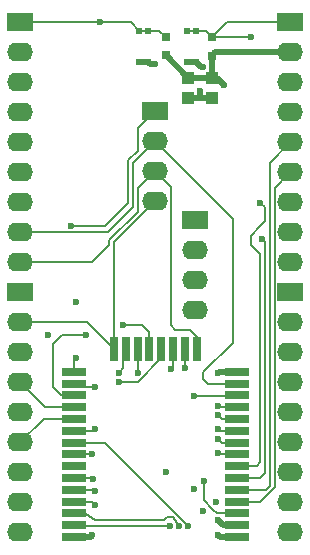
<source format=gbr>
G04 --- HEADER BEGIN --- *
G04 #@! TF.GenerationSoftware,LibrePCB,LibrePCB,0.1.6*
G04 #@! TF.CreationDate,2022-05-15T02:00:43*
G04 #@! TF.ProjectId,ttgo_bob,bfd8dc32-b202-4bf0-b9b5-60a84d76451e,v1*
G04 #@! TF.Part,Single*
G04 #@! TF.SameCoordinates*
G04 #@! TF.FileFunction,Copper,L1,Top*
G04 #@! TF.FilePolarity,Positive*
%FSLAX66Y66*%
%MOMM*%
G01*
G75*
G04 --- HEADER END --- *
G04 --- APERTURE LIST BEGIN --- *
G04 #@! TA.AperFunction,ComponentPad*
%ADD10R,2.19X1.587*%
%ADD11O,2.19X1.587*%
G04 #@! TA.AperFunction,SMDPad,CuDef*
%ADD12R,0.55X0.55*%
%ADD13R,0.8X0.75*%
%ADD14R,1.0X1.1*%
%ADD15R,2.1X0.7*%
%ADD16R,0.7X2.1*%
G04 #@! TA.AperFunction,ViaPad*
%ADD17C,0.6*%
G04 #@! TA.AperFunction,Conductor*
%ADD18C,0.15*%
%ADD19C,0.5*%
G04 #@! TD*
G04 --- APERTURE LIST END --- *
G04 --- BOARD BEGIN --- *
D10*
G04 #@! TO.N,VCC*
G04 #@! TO.C,J5*
G04 #@! TO.P,J5,1,1*
X16063000Y27727000D03*
D11*
G04 #@! TO.N,IO1*
G04 #@! TO.P,J5,2,2*
X16063000Y25187000D03*
G04 #@! TO.N,IO3*
G04 #@! TO.P,J5,3,3*
X16063000Y22647000D03*
G04 #@! TO.N,GND*
G04 #@! TO.P,J5,4,4*
X16063000Y20107000D03*
D12*
G04 #@! TO.N,EN*
G04 #@! TO.C,S1*
G04 #@! TO.P,S1,3,2*
X15360000Y43756000D03*
G04 #@! TO.N,GND*
G04 #@! TO.P,S1,1,1*
X15360000Y41080000D03*
G04 #@! TO.N,EN*
G04 #@! TO.P,S1,4,2*
X16136000Y43756000D03*
G04 #@! TO.N,GND*
G04 #@! TO.P,S1,2,1*
X16136000Y41080000D03*
D13*
G04 #@! TO.N,VCC*
G04 #@! TO.C,R1*
G04 #@! TO.P,R1,2,2*
X17526000Y41643000D03*
G04 #@! TO.N,EN*
G04 #@! TO.P,R1,1,1*
X17526000Y43193000D03*
G04 #@! TO.N,VCC*
G04 #@! TO.C,R2*
G04 #@! TO.P,R2,2,2*
X13578000Y41663000D03*
G04 #@! TO.N,IO0*
G04 #@! TO.P,R2,1,1*
X13578000Y43213000D03*
D14*
G04 #@! TO.N,GND*
G04 #@! TO.C,C1*
G04 #@! TO.P,C1,2,2*
X17526000Y38012000D03*
G04 #@! TO.N,VCC*
G04 #@! TO.P,C1,1,1*
X17526000Y39712000D03*
D11*
G04 #@! TO.N,IO9*
G04 #@! TO.C,J3*
G04 #@! TO.P,J3,7,7*
X1270000Y29210000D03*
G04 #@! TO.N,IO1*
G04 #@! TO.P,J3,2,2*
X1270000Y41910000D03*
G04 #@! TO.N,IO12*
G04 #@! TO.P,J3,8,8*
X1270000Y26670000D03*
G04 #@! TO.N,IO5*
G04 #@! TO.P,J3,6,6*
X1270000Y31750000D03*
G04 #@! TO.N,IO4*
G04 #@! TO.P,J3,5,5*
X1270000Y34290000D03*
G04 #@! TO.N,IO2*
G04 #@! TO.P,J3,3,3*
X1270000Y39370000D03*
G04 #@! TO.N,IO3*
G04 #@! TO.P,J3,4,4*
X1270000Y36830000D03*
G04 #@! TO.N,IO13*
G04 #@! TO.P,J3,9,9*
X1270000Y24130000D03*
D10*
G04 #@! TO.N,IO0*
G04 #@! TO.P,J3,1,1*
X1270000Y44450000D03*
D11*
G04 #@! TO.N,IO21*
G04 #@! TO.C,J2*
G04 #@! TO.P,J2,7,7*
X24130000Y6350000D03*
G04 #@! TO.N,IO27*
G04 #@! TO.P,J2,2,2*
X24130000Y19050000D03*
G04 #@! TO.N,IO19*
G04 #@! TO.P,J2,8,8*
X24130000Y3810000D03*
G04 #@! TO.N,IO22*
G04 #@! TO.P,J2,6,6*
X24130000Y8890000D03*
G04 #@! TO.N,IO23*
G04 #@! TO.P,J2,5,5*
X24130000Y11430000D03*
G04 #@! TO.N,IO26*
G04 #@! TO.P,J2,3,3*
X24130000Y16510000D03*
G04 #@! TO.N,IO25*
G04 #@! TO.P,J2,4,4*
X24130000Y13970000D03*
G04 #@! TO.N,IO18*
G04 #@! TO.P,J2,9,9*
X24130000Y1270000D03*
D10*
G04 #@! TO.N,IO32*
G04 #@! TO.P,J2,1,1*
X24130000Y21590000D03*
D12*
G04 #@! TO.N,IO0*
G04 #@! TO.C,S2*
G04 #@! TO.P,S2,3,2*
X11296000Y43756000D03*
G04 #@! TO.N,GND*
G04 #@! TO.P,S2,1,1*
X11296000Y41080000D03*
G04 #@! TO.N,IO0*
G04 #@! TO.P,S2,4,2*
X12072000Y43756000D03*
G04 #@! TO.N,GND*
G04 #@! TO.P,S2,2,1*
X12072000Y41080000D03*
D10*
G04 #@! TO.N,IO14*
G04 #@! TO.C,J6*
G04 #@! TO.P,J6,1,1*
X12660000Y36935000D03*
D11*
G04 #@! TO.N,IO12*
G04 #@! TO.P,J6,2,2*
X12660000Y34395000D03*
G04 #@! TO.N,IO13*
G04 #@! TO.P,J6,3,3*
X12660000Y31855000D03*
G04 #@! TO.N,IO15*
G04 #@! TO.P,J6,4,4*
X12660000Y29315000D03*
G04 #@! TO.N,SIO1*
G04 #@! TO.C,J4*
G04 #@! TO.P,J4,7,7*
X1270000Y6350000D03*
G04 #@! TO.N,IO15*
G04 #@! TO.P,J4,2,2*
X1270000Y19050000D03*
G04 #@! TO.N,SIO2*
G04 #@! TO.P,J4,8,8*
X1270000Y3810000D03*
G04 #@! TO.N,SIO0*
G04 #@! TO.P,J4,6,6*
X1270000Y8890000D03*
G04 #@! TO.N,SCLK*
G04 #@! TO.P,J4,5,5*
X1270000Y11430000D03*
G04 #@! TO.N,CS*
G04 #@! TO.P,J4,3,3*
X1270000Y16510000D03*
G04 #@! TO.N,FCS*
G04 #@! TO.P,J4,4,4*
X1270000Y13970000D03*
G04 #@! TO.N,SIO3*
G04 #@! TO.P,J4,9,9*
X1270000Y1270000D03*
D10*
G04 #@! TO.N,IO14*
G04 #@! TO.P,J4,1,1*
X1270000Y21590000D03*
D15*
G04 #@! TO.N,EN*
G04 #@! TO.C,U1*
G04 #@! TO.P,U1,3,!RST/EN*
X19600000Y2875000D03*
G04 #@! TO.N,IO33*
G04 #@! TO.P,U1,9,GPIO33*
X19600000Y8875000D03*
G04 #@! TO.N,IO1*
G04 #@! TO.P,U1,35,GPIO1/U0TXD*
X5800000Y3875000D03*
G04 #@! TO.N,N/C*
G04 #@! TO.P,U1,32*
X5800000Y6875000D03*
G04 #@! TO.N,IO36*
G04 #@! TO.P,U1,4,GPIO36/SENSOR_VP*
X19600000Y3875000D03*
D16*
G04 #@! TO.N,SIO2*
G04 #@! TO.P,U1,19,SIO2*
X13200000Y16785000D03*
D15*
G04 #@! TO.N,GND*
G04 #@! TO.P,U1,1,GND*
X19600000Y875000D03*
G04 #@! TO.N,IO4*
G04 #@! TO.P,U1,26,GPIO4*
X5800000Y12875000D03*
G04 #@! TO.N,IO0*
G04 #@! TO.P,U1,25,GPIO0*
X5800000Y13875000D03*
G04 #@! TO.N,IO32*
G04 #@! TO.P,U1,8,GPIO32*
X19600000Y7875000D03*
G04 #@! TO.N,GND*
G04 #@! TO.P,U1,15,GND*
X19600000Y14875000D03*
G04 #@! TO.N,SIO0*
G04 #@! TO.P,U1,28,SIO0*
X5800000Y10875000D03*
G04 #@! TO.N,IO12*
G04 #@! TO.P,U1,14,GPIO12/MTDI*
X19600000Y13875000D03*
G04 #@! TO.N,IO5*
G04 #@! TO.P,U1,29,GPIO5*
X5800000Y9875000D03*
G04 #@! TO.N,IO3*
G04 #@! TO.P,U1,34,GPIO3/U0RXD*
X5800000Y4875000D03*
G04 #@! TO.N,IO14*
G04 #@! TO.P,U1,13,GPIO14/MTMS*
X19600000Y12875000D03*
G04 #@! TO.N,IO35*
G04 #@! TO.P,U1,7,GPIO35*
X19600000Y6875000D03*
D16*
G04 #@! TO.N,SCLK*
G04 #@! TO.P,U1,20,SCLK*
X12200000Y16785000D03*
D15*
G04 #@! TO.N,VCC*
G04 #@! TO.P,U1,2,3V3*
X19600000Y1875000D03*
G04 #@! TO.N,IO39*
G04 #@! TO.P,U1,5,GPIO39/SENSOR_VN*
X19600000Y4875000D03*
G04 #@! TO.N,IO22*
G04 #@! TO.P,U1,36,GPIO22*
X5800000Y2875000D03*
G04 #@! TO.N,IO19*
G04 #@! TO.P,U1,31,GPIO19*
X5800000Y7875000D03*
D16*
G04 #@! TO.N,SIO3*
G04 #@! TO.P,U1,21,SIO3*
X11200000Y16785000D03*
D15*
G04 #@! TO.N,FCS*
G04 #@! TO.P,U1,27,FLASH_CS*
X5800000Y11875000D03*
G04 #@! TO.N,IO21*
G04 #@! TO.P,U1,33,GPIO21*
X5800000Y5875000D03*
D16*
G04 #@! TO.N,CS*
G04 #@! TO.P,U1,18,GPIO10/PSRAM_CS*
X14200000Y16785000D03*
D15*
G04 #@! TO.N,IO25*
G04 #@! TO.P,U1,10,GPIO25*
X19600000Y9875000D03*
G04 #@! TO.N,IO26*
G04 #@! TO.P,U1,11,GPIO26*
X19600000Y10875000D03*
G04 #@! TO.N,GND*
G04 #@! TO.P,U1,38,GND*
X5800000Y875000D03*
G04 #@! TO.N,IO34*
G04 #@! TO.P,U1,6,GPIO34*
X19600000Y5875000D03*
D16*
G04 #@! TO.N,IO9*
G04 #@! TO.P,U1,17,GPIO9*
X15200000Y16785000D03*
D15*
G04 #@! TO.N,IO23*
G04 #@! TO.P,U1,37,GPIO23*
X5800000Y1875000D03*
G04 #@! TO.N,IO27*
G04 #@! TO.P,U1,12,GPIO27*
X19600000Y11875000D03*
D16*
G04 #@! TO.N,SIO1*
G04 #@! TO.P,U1,22,SIO1*
X10200000Y16785000D03*
D15*
G04 #@! TO.N,IO18*
G04 #@! TO.P,U1,30,GPIO18*
X5800000Y8875000D03*
D16*
G04 #@! TO.N,IO13*
G04 #@! TO.P,U1,16,GPIO13/MTCK*
X16200000Y16785000D03*
D15*
G04 #@! TO.N,IO2*
G04 #@! TO.P,U1,24,GPIO2*
X5800000Y14875000D03*
D16*
G04 #@! TO.N,IO15*
G04 #@! TO.P,U1,23,GPIO15/MTDO*
X9200000Y16785000D03*
D11*
G04 #@! TO.N,IO35*
G04 #@! TO.C,J1*
G04 #@! TO.P,J1,7,7*
X24130000Y29210000D03*
G04 #@! TO.N,VCC*
G04 #@! TO.P,J1,2,2*
X24130000Y41910000D03*
G04 #@! TO.N,IO34*
G04 #@! TO.P,J1,8,8*
X24130000Y26670000D03*
G04 #@! TO.N,IO36*
G04 #@! TO.P,J1,6,6*
X24130000Y31750000D03*
G04 #@! TO.N,IO39*
G04 #@! TO.P,J1,5,5*
X24130000Y34290000D03*
G04 #@! TO.N,GND*
G04 #@! TO.P,J1,3,3*
X24130000Y39370000D03*
G04 #@! TO.P,J1,4,4*
X24130000Y36830000D03*
G04 #@! TO.N,IO33*
G04 #@! TO.P,J1,9,9*
X24130000Y24130000D03*
D10*
G04 #@! TO.N,EN*
G04 #@! TO.P,J1,1,1*
X24130000Y44450000D03*
D14*
G04 #@! TO.N,GND*
G04 #@! TO.C,C2*
G04 #@! TO.P,C2,2,2*
X15494000Y38012000D03*
G04 #@! TO.N,VCC*
G04 #@! TO.P,C2,1,1*
X15494000Y39712000D03*
D17*
G04 #@! TD.C*
G04 #@! TD.P*
G04 #@! TO.N,IO32*
X18000000Y8000000D03*
D18*
X18125000Y7875000D02*
X18000000Y8000000D01*
X19600000Y7875000D02*
X18125000Y7875000D01*
D17*
G04 #@! TO.N,IO35*
X21600000Y29200000D03*
D18*
X21600000Y7200000D02*
X21600000Y24800000D01*
X20800000Y25600000D02*
X20800000Y26400000D01*
X21600000Y24800000D02*
X20800000Y25600000D01*
X19600000Y6875000D02*
X21275000Y6875000D01*
X21275000Y6875000D02*
X21600000Y7200000D01*
X22000000Y27600000D02*
X21600000Y27200000D01*
X22000000Y28800000D02*
X21600000Y29200000D01*
X20800000Y26400000D02*
X21600000Y27200000D01*
X22000000Y27600000D02*
X22000000Y28800000D01*
D17*
G04 #@! TO.N,CS*
X14025000Y15125000D03*
D18*
X14025000Y15125000D02*
X14200000Y15300000D01*
X14200000Y15300000D02*
X14200000Y16785000D01*
D17*
G04 #@! TO.N,GND*
X16764000Y40640000D03*
D19*
X16576000Y40640000D02*
X16764000Y40640000D01*
X16136000Y41080000D02*
X16576000Y40640000D01*
X16136000Y41080000D02*
X15360000Y41080000D01*
D18*
G04 #@! TO.N,IO13*
X16200000Y17400000D02*
X16200000Y16785000D01*
X15600000Y18400000D02*
X16200000Y17800000D01*
X8800000Y26000000D02*
X8800000Y25600000D01*
X11200000Y28400000D02*
X8800000Y26000000D01*
X12660000Y31855000D02*
X11200000Y30395000D01*
X14000000Y30515000D02*
X14000000Y18800000D01*
X12660000Y31855000D02*
X14000000Y30515000D01*
X16200000Y17800000D02*
X16200000Y16785000D01*
X14400000Y18400000D02*
X15600000Y18400000D01*
X11200000Y30395000D02*
X11200000Y28400000D01*
X8800000Y25600000D02*
X7330000Y24130000D01*
X14000000Y18800000D02*
X14400000Y18400000D01*
X7330000Y24130000D02*
X1270000Y24130000D01*
G04 #@! TO.N,FCS*
X1270000Y13970000D02*
X3365000Y11875000D01*
X3365000Y11875000D02*
X5800000Y11875000D01*
G04 #@! TO.N,IO15*
X12660000Y29315000D02*
X9200000Y25855000D01*
X9200000Y16785000D02*
X6935000Y19050000D01*
X9200000Y25855000D02*
X9200000Y16785000D01*
X6935000Y19050000D02*
X1270000Y19050000D01*
D17*
G04 #@! TO.N,IO23*
X13970000Y1778000D03*
D18*
X5800000Y1875000D02*
X5897000Y1778000D01*
X5897000Y1778000D02*
X13970000Y1778000D01*
D17*
G04 #@! TO.N,IO34*
X21725000Y26125000D03*
D18*
X21550000Y5875000D02*
X22000000Y6325000D01*
X19600000Y5875000D02*
X21550000Y5875000D01*
X22000000Y25850000D02*
X21725000Y26125000D01*
X22000000Y6325000D02*
X22000000Y25850000D01*
D17*
G04 #@! TO.N,IO26*
X18000000Y11200000D03*
D18*
X19600000Y10875000D02*
X18325000Y10875000D01*
X18325000Y10875000D02*
X18000000Y11200000D01*
D17*
G04 #@! TO.N,SIO3*
X11200000Y14800000D03*
D18*
X11200000Y16785000D02*
X11200000Y14800000D01*
D17*
G04 #@! TO.N,GND*
X7366000Y1016000D03*
D19*
X5800000Y875000D02*
X7225000Y875000D01*
X7225000Y875000D02*
X7366000Y1016000D01*
D17*
G04 #@! TO.N,EN*
X16800000Y5600000D03*
X20800000Y43200000D03*
D18*
X17600000Y3200000D02*
X17925000Y2875000D01*
X18783000Y44450000D02*
X24130000Y44450000D01*
X16963000Y43756000D02*
X17526000Y43193000D01*
X17533000Y43200000D02*
X20800000Y43200000D01*
X17925000Y2875000D02*
X19600000Y2875000D01*
X16136000Y43756000D02*
X16963000Y43756000D01*
X16800000Y4000000D02*
X17600000Y3200000D01*
X17526000Y43193000D02*
X18783000Y44450000D01*
X16136000Y43756000D02*
X15360000Y43756000D01*
X17526000Y43193000D02*
X17533000Y43200000D01*
X16800000Y5600000D02*
X16800000Y4000000D01*
D17*
G04 #@! TO.N,IO27*
X18000000Y12000000D03*
D18*
X19600000Y11875000D02*
X18125000Y11875000D01*
X18125000Y11875000D02*
X18000000Y12000000D01*
D17*
G04 #@! TO.N,IO4*
X6800000Y18000000D03*
D18*
X4800000Y18000000D02*
X4000000Y17200000D01*
X4000000Y13600000D02*
X4725000Y12875000D01*
X4725000Y12875000D02*
X5800000Y12875000D01*
X6800000Y18000000D02*
X4800000Y18000000D01*
X4000000Y13600000D02*
X4000000Y17200000D01*
G04 #@! TO.N,IO39*
X22075000Y4875000D02*
X22400000Y5200000D01*
X22400000Y5200000D02*
X22400000Y32560000D01*
X19600000Y4875000D02*
X22075000Y4875000D01*
X22400000Y32560000D02*
X24130000Y34290000D01*
D17*
G04 #@! TO.N,IO1*
X7600000Y3600000D03*
D18*
X7600000Y3600000D02*
X7325000Y3875000D01*
X7325000Y3875000D02*
X5800000Y3875000D01*
D17*
G04 #@! TO.N,GND*
X12700000Y40894000D03*
D19*
X12258000Y40894000D02*
X12700000Y40894000D01*
X12072000Y41080000D02*
X11296000Y41080000D01*
X12072000Y41080000D02*
X12258000Y40894000D01*
D17*
G04 #@! TO.N,IO21*
X17875000Y3850000D03*
X15950000Y4950000D03*
X7425000Y5775000D03*
D18*
X7425000Y5775000D02*
X7325000Y5875000D01*
X7325000Y5875000D02*
X5800000Y5875000D01*
D17*
G04 #@! TO.N,GND*
X18034000Y14732000D03*
D19*
X18177000Y14875000D02*
X18034000Y14732000D01*
X19600000Y14875000D02*
X18177000Y14875000D01*
D17*
X18034000Y1016000D03*
D19*
X19600000Y875000D02*
X18175000Y875000D01*
X18175000Y875000D02*
X18034000Y1016000D01*
D17*
G04 #@! TO.N,IO22*
X14732000Y1778000D03*
D18*
X13716000Y2540000D02*
X14224000Y2540000D01*
X5800000Y2875000D02*
X5881000Y2794000D01*
X14224000Y2540000D02*
X14732000Y1778000D01*
X5881000Y2794000D02*
X6858000Y2794000D01*
X13462000Y2307000D02*
X13716000Y2540000D01*
X7620000Y2307000D02*
X13462000Y2307000D01*
X7620000Y2307000D02*
X6858000Y2794000D01*
D17*
G04 #@! TO.N,IO19*
X7366000Y7874000D03*
X13600000Y6400000D03*
X16764000Y3048000D03*
D18*
X7365000Y7875000D02*
X5800000Y7875000D01*
X7366000Y7874000D02*
X7365000Y7875000D01*
G04 #@! TO.N,SIO0*
X3255000Y10875000D02*
X5800000Y10875000D01*
X1270000Y8890000D02*
X3255000Y10875000D01*
D17*
G04 #@! TO.N,SIO2*
X9600000Y14000000D03*
D18*
X11200000Y14000000D02*
X9600000Y14000000D01*
X13200000Y16000000D02*
X13200000Y16785000D01*
X11200000Y14000000D02*
X13200000Y16000000D01*
D17*
G04 #@! TO.N,IO0*
X7600000Y13600000D03*
X8000000Y44450000D03*
D18*
X7600000Y13600000D02*
X6075000Y13600000D01*
X8000000Y44450000D02*
X1270000Y44450000D01*
X10602000Y44450000D02*
X11296000Y43756000D01*
X12072000Y43756000D02*
X13035000Y43756000D01*
X8000000Y44450000D02*
X10602000Y44450000D01*
X13035000Y43756000D02*
X13578000Y43213000D01*
X12072000Y43756000D02*
X11296000Y43756000D01*
X6075000Y13600000D02*
X5800000Y13875000D01*
D17*
G04 #@! TO.N,IO33*
X18000000Y9200000D03*
D18*
X19600000Y8875000D02*
X18325000Y8875000D01*
X18325000Y8875000D02*
X18000000Y9200000D01*
D17*
G04 #@! TO.N,VCC*
X18034000Y2286000D03*
X18542000Y39116000D03*
D19*
X18034000Y2286000D02*
X18445000Y1875000D01*
X16510000Y39712000D02*
X17526000Y39712000D01*
X17946000Y39712000D02*
X18542000Y39116000D01*
X17526000Y41643000D02*
X17793000Y41910000D01*
X13578000Y41663000D02*
X15494000Y39747000D01*
X15494000Y39747000D02*
X15494000Y39712000D01*
X18445000Y1875000D02*
X19600000Y1875000D01*
X17793000Y41910000D02*
X24130000Y41910000D01*
X17526000Y39712000D02*
X17946000Y39712000D01*
X17526000Y41643000D02*
X17526000Y39712000D01*
X15494000Y39747000D02*
X15529000Y39712000D01*
X16510000Y39712000D02*
X15529000Y39712000D01*
D17*
G04 #@! TO.N,IO18*
X15494000Y1778000D03*
D18*
X15494000Y1778000D02*
X8397000Y8875000D01*
X8397000Y8875000D02*
X5800000Y8875000D01*
D17*
G04 #@! TO.N,IO14*
X16000000Y12800000D03*
X5600000Y27200000D03*
D18*
X19525000Y12800000D02*
X19600000Y12875000D01*
X16000000Y12800000D02*
X19525000Y12800000D01*
X12660000Y36935000D02*
X11200000Y35475000D01*
X11200000Y35475000D02*
X11200000Y33600000D01*
X10400000Y32800000D02*
X10400000Y29200000D01*
X11200000Y33600000D02*
X10400000Y32800000D01*
X8400000Y27200000D02*
X5600000Y27200000D01*
X8400000Y27200000D02*
X10400000Y29200000D01*
D17*
G04 #@! TO.N,IO5*
X7600000Y10000000D03*
D18*
X7475000Y9875000D02*
X5800000Y9875000D01*
X7600000Y10000000D02*
X7475000Y9875000D01*
G04 #@! TO.N,IO36*
X22800000Y7075000D02*
X22800000Y30210000D01*
X22800000Y5130000D02*
X22800000Y7125000D01*
X22800000Y30210000D02*
X22800000Y30420000D01*
X22800000Y7125000D02*
X22800000Y7075000D01*
X19600000Y3875000D02*
X21545000Y3875000D01*
X22800000Y30420000D02*
X24130000Y31750000D01*
X21545000Y3875000D02*
X22800000Y5130000D01*
D17*
G04 #@! TO.N,IO9*
X15200000Y15200000D03*
X6000000Y20800000D03*
D18*
X15200000Y16785000D02*
X15200000Y15200000D01*
D17*
G04 #@! TO.N,IO2*
X6000000Y16000000D03*
D18*
X5800000Y15800000D02*
X5800000Y14875000D01*
X6000000Y16000000D02*
X5800000Y15800000D01*
D17*
G04 #@! TO.N,SCLK*
X3600000Y18000000D03*
X10000000Y18800000D03*
D18*
X11600000Y18800000D02*
X10000000Y18800000D01*
X11600000Y18800000D02*
X12200000Y18200000D01*
X12200000Y18200000D02*
X12200000Y16785000D01*
D17*
G04 #@! TO.N,SIO1*
X9600000Y14800000D03*
D18*
X10000000Y15200000D02*
X10000000Y16585000D01*
X10000000Y16585000D02*
X10200000Y16785000D01*
X10000000Y15200000D02*
X9600000Y14800000D01*
D17*
G04 #@! TO.N,IO25*
X18000000Y10000000D03*
D18*
X19600000Y9875000D02*
X18125000Y9875000D01*
X18125000Y9875000D02*
X18000000Y10000000D01*
G04 #@! TO.N,IO12*
X17200000Y13875000D02*
X19600000Y13875000D01*
X19250000Y17325000D02*
X16775000Y14850000D01*
X10800000Y28800000D02*
X8670000Y26670000D01*
X16775000Y14300000D02*
X16775000Y14850000D01*
X19250000Y18975000D02*
X19250000Y17325000D01*
X10800000Y32535000D02*
X10800000Y28800000D01*
X12660000Y34395000D02*
X10800000Y32535000D01*
X19250000Y18975000D02*
X19250000Y22825000D01*
X8670000Y26670000D02*
X1270000Y26670000D01*
X19250000Y27805000D02*
X19250000Y22825000D01*
X12660000Y34395000D02*
X19250000Y27805000D01*
X16775000Y14300000D02*
X17200000Y13875000D01*
D17*
G04 #@! TO.N,IO3*
X7600000Y4800000D03*
D18*
X7600000Y4800000D02*
X7525000Y4875000D01*
X7525000Y4875000D02*
X5800000Y4875000D01*
D17*
G04 #@! TO.N,GND*
X16510000Y38608000D03*
D19*
X16510000Y38012000D02*
X17526000Y38012000D01*
X16510000Y38012000D02*
X15494000Y38012000D01*
X16510000Y38608000D02*
X16510000Y38012000D01*
G04 --- BOARD END --- *
G04 #@! TF.MD5,57ce3d36b129ef325fc5d29764975ea0*
M02*

</source>
